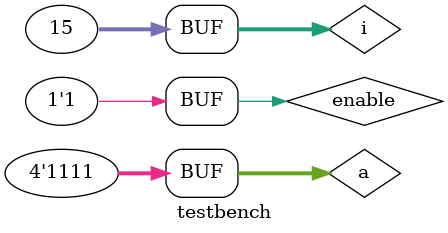
<source format=v>

module testbench ;
 reg [3:0] a;
 reg enable;
 wire [15:0] out;
 integer i;
 
 decoder_4x16 d1(a,enable,out);
 
 initial begin
 enable = 0; a =4'b0100;
 #50 enable = 1;a = 4'b0000;
 for( i = 0;i<15 ; i = i+1)begin
  #62 a =a+1;
  end
 
 end
endmodule

</source>
